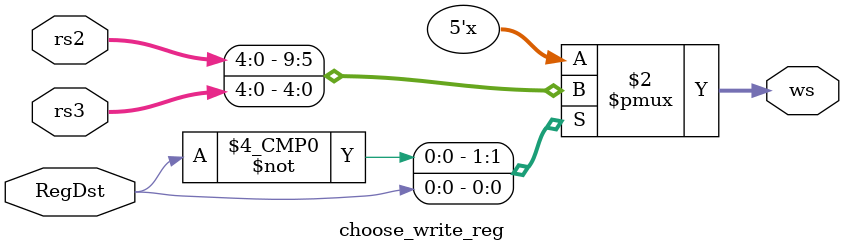
<source format=v>
module choose_write_reg (
	input [4:0] rs2, 
	input [4:0]	rs3,
	input  RegDst,

	output reg [4:0] ws
);

always @(*) begin
        case (RegDst)
        	1'b0: ws = rs2;
        	1'b1: ws = rs3;
        endcase
    end

endmodule
</source>
